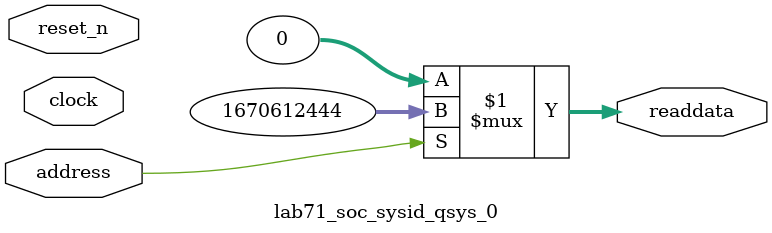
<source format=v>



// synthesis translate_off
`timescale 1ns / 1ps
// synthesis translate_on

// turn off superfluous verilog processor warnings 
// altera message_level Level1 
// altera message_off 10034 10035 10036 10037 10230 10240 10030 

module lab71_soc_sysid_qsys_0 (
               // inputs:
                address,
                clock,
                reset_n,

               // outputs:
                readdata
             )
;

  output  [ 31: 0] readdata;
  input            address;
  input            clock;
  input            reset_n;

  wire    [ 31: 0] readdata;
  //control_slave, which is an e_avalon_slave
  assign readdata = address ? 1670612444 : 0;

endmodule



</source>
